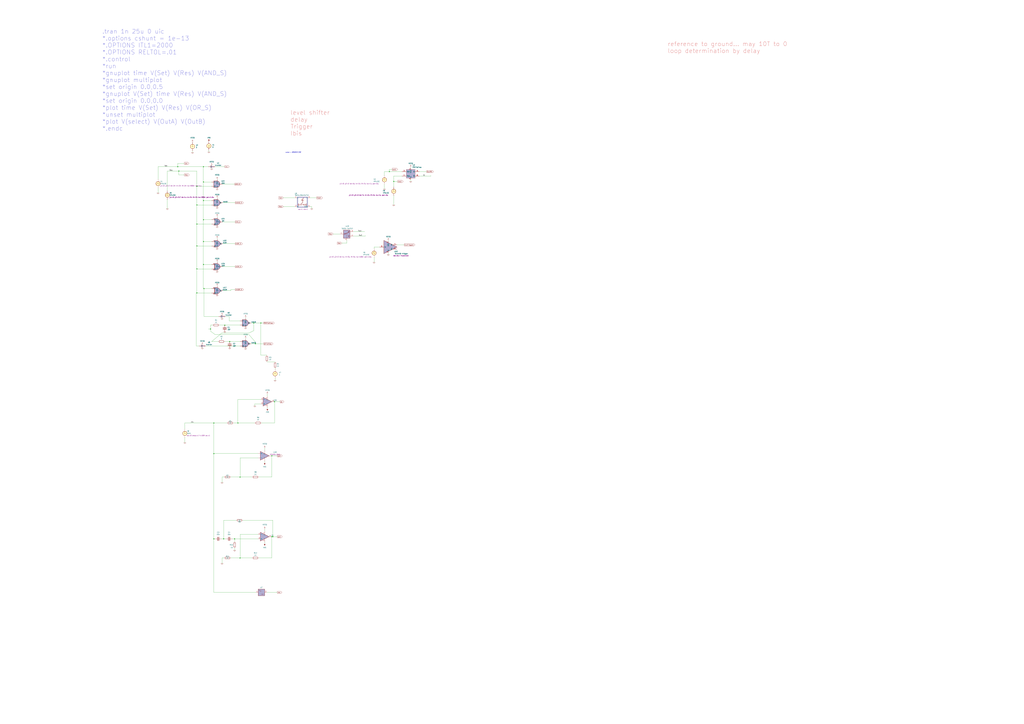
<source format=kicad_sch>
(kicad_sch (version 20230121) (generator eeschema)
  (paper "A0")
  (lib_symbols
    (symbol "0xActiveSpice:Behavioral_Fonction_alterable" (pin_names (offset 0.254))
      (property "Reference" "U9" (at -7.62 10.16 0))
      (property "Value" "Spice_BeaviorFct" (at -0.635 8.255 0))
      (property "Sim.Params" "Yr=0.5 Wr=0.2" (at -3.175 -13.335 0))
      (symbol "Behavioral_Fonction_alterable_1_1"
        (text "A.Ca+B.Cb" (at -0.0539 -2.9283 0) (effects (font (size 1.1 1.1))))
        (pin passive line (at -8.89 5.08 0) (length 2.54) (name "A") (number "1"))
        (pin input line (at -8.89 -5.08 0) (length 2.54) (name "B") (number "2"))
        (pin passive line (at 8.89 5.08 180) (length 2.54) (name "X") (number "3"))
        (pin passive line (at 8.89 -5.08 180) (length 2.54) (name "GND") (number "4"))
      )
    )
    (symbol "0xActiveSpice:Fct_Rectifier_Full" (pin_names (offset 1.2) hide)
      (property "Reference" "U" (at 5.715 3.81 0))
      (symbol "Fct_Rectifier_Full_1_1"
        (pin input line (at -6.35 0 0) (length 2.54) (name "I") (number "1"))
        (pin output line (at 6.35 0 180) (length 2.54) (name "S") (number "2"))
      )
    )
    (symbol "0xActiveSpice:FlipFlop_RS"
      (property "Reference" "U2" (at 2.1941 10.16 0))
      (property "Value" "RSFlipFlop" (at 2.1941 7.62 0))
      (symbol "FlipFlop_RS_1_1"
        (pin power_in line (at 0 6.35 270) (length 1.27) (name "VCC") (number "1"))
        (pin power_in line (at 0 -6.35 90) (length 1.27) (name "G") (number "2"))
        (pin input line (at -10.16 2.54 0) (length 5.08) (name "Set") (number "3"))
        (pin input line (at -10.16 -2.54 0) (length 5.08) (name "Res") (number "4"))
        (pin output line (at 10.16 2.54 180) (length 5.08) (name "Q") (number "5"))
        (pin output line (at 10.16 -2.54 180) (length 5.08) (name "~{Q}") (number "6"))
      )
    )
    (symbol "0xActiveSpice:LogicGate_AND" (pin_numbers hide) (pin_names (offset 0.4))
      (property "Reference" "U" (at 4.445 6.985 0))
      (property "Value" "AND" (at 5.08 5.08 0))
      (symbol "LogicGate_AND_1_1"
        (pin input line (at 0 5.08 270) (length 1.27) (name "VCC") (number "1"))
        (pin input line (at 0 -5.08 90) (length 1.27) (name "G") (number "2"))
        (pin input line (at -6.35 2.54 0) (length 2.54) (name "A") (number "3"))
        (pin input line (at -6.35 -2.54 0) (length 2.54) (name "B") (number "4"))
        (pin output line (at 6.35 0 180) (length 2.9) (name "S") (number "5"))
      )
    )
    (symbol "0xActiveSpice:LogicGate_NAND" (pin_numbers hide) (pin_names (offset 0.4))
      (property "Value" "NAND" (at 5.08 5.08 0))
      (symbol "LogicGate_NAND_1_1"
        (pin input line (at 0 5.08 270) (length 1.27) (name "VCC") (number "1"))
        (pin input line (at 0 -5.08 90) (length 1.27) (name "G") (number "2"))
        (pin input line (at -6.35 2.54 0) (length 2.54) (name "A") (number "3"))
        (pin input line (at -6.35 -2.54 0) (length 2.54) (name "B") (number "4"))
        (pin output line (at 6.35 0 180) (length 1.35) (name "S") (number "5"))
      )
    )
    (symbol "0xActiveSpice:LogicGate_NOR" (pin_numbers hide) (pin_names (offset 0.85))
      (property "Reference" "U" (at 3.175 5.08 0))
      (property "Value" "NOR" (at 3.81 3.175 0))
      (symbol "LogicGate_NOR_1_0"
        (pin input line (at 0 5.08 270) (length 1.27) (name "VCC") (number "1"))
        (pin input line (at 0 -5.08 90) (length 1.27) (name "G") (number "2"))
        (pin input line (at -6.35 2.54 0) (length 2.54) (name "A") (number "3"))
        (pin input line (at -6.35 -2.54 0) (length 2.54) (name "B") (number "4"))
        (pin output line (at 6.35 0 180) (length 0.8) (name "S") (number "5"))
      )
    )
    (symbol "0xActiveSpice:LogicGate_OR" (pin_numbers hide) (pin_names (offset 0.85))
      (property "Reference" "U" (at 3.175 5.08 0))
      (property "Value" "OR" (at 3.81 3.175 0))
      (symbol "LogicGate_OR_1_0"
        (pin input line (at 0 5.08 270) (length 1.27) (name "VCC") (number "1"))
        (pin input line (at 0 -5.08 90) (length 1.27) (name "G") (number "2"))
        (pin input line (at -6.35 2.54 0) (length 2.54) (name "A") (number "3"))
        (pin input line (at -6.35 -2.54 0) (length 2.54) (name "B") (number "4"))
        (pin output line (at 6.35 0 180) (length 2.54) (name "S") (number "5"))
      )
    )
    (symbol "0xActiveSpice:LogicGate_XNOR" (pin_numbers hide) (pin_names (offset 0.85))
      (property "Reference" "U" (at 3.81 6.35 0))
      (property "Value" "XNOR" (at 6.3091 4.3177 0))
      (symbol "LogicGate_XNOR_1_0"
        (pin input line (at 0 5.08 270) (length 1.27) (name "VCC") (number "1"))
        (pin input line (at 0 -5.08 90) (length 1.27) (name "G") (number "2"))
        (pin input line (at -6.35 2.54 0) (length 2.54) (name "A") (number "3"))
        (pin input line (at -6.35 -2.54 0) (length 2.54) (name "B") (number "4"))
      )
      (symbol "LogicGate_XNOR_1_1"
        (pin output line (at 6.35 0 180) (length 0.9) (name "S") (number "5"))
      )
    )
    (symbol "0xActiveSpice:LogicGate_XOR" (pin_numbers hide) (pin_names (offset 0.85))
      (property "Reference" "U" (at 3.81 6.35 0))
      (property "Value" "XOR" (at 6.3091 4.3177 0))
      (symbol "LogicGate_XOR_1_0"
        (pin input line (at 0 5.08 270) (length 1.27) (name "VCC") (number "1"))
        (pin input line (at 0 -5.08 90) (length 1.27) (name "G") (number "2"))
        (pin input line (at -6.35 2.54 0) (length 2.54) (name "A") (number "3"))
        (pin input line (at -6.35 -2.54 0) (length 2.54) (name "B") (number "4"))
        (pin output line (at 6.35 0 180) (length 2.54) (name "S") (number "5"))
      )
    )
    (symbol "0xActiveSpice:Spice-Switch-1x2-ideal_alterable" (pin_names (offset 0.254))
      (property "Reference" "U16" (at 0 11.43 0))
      (property "Value" "Spice-Switch" (at 0 8.89 0))
      (property "Datasheet" "${FULL_BASE_LIB}\\Full-Spice\\0x190FULL_SpiceOnly\\Spice-Switch-1x2-ideal_alterable\\Switch_Behavior_004_TFN.kicad_sch" (at 0 6.35 0))
      (property "Sim.Library" "${ACTIVESPICE}\\ActiveSpiceModel\\ActiveSpice_Switch_SPDT.MOD" (at 0 3.81 0))
      (symbol "Spice-Switch-1x2-ideal_alterable_1_1"
        (pin passive line (at -7.62 -2.54 0) (length 2.54) (name "~") (number "1"))
        (pin input line (at 0 -10.16 90) (length 2.54) (name "~") (number "2"))
        (pin passive line (at 7.62 0 180) (length 2.54) (name "~") (number "3"))
        (pin passive line (at 7.62 -5.08 180) (length 2.54) (name "~") (number "4"))
      )
    )
    (symbol "74LVC1GU04DRL_2"
      (property "Reference" "U10" (at 8.89 -5.08 0))
      (property "Value" "Schmitt-trigger" (at 15.24 -7.62 0))
      (property "Sim.Params" "Wd=0.1 Trsld=0.5" (at 14.605 -10.16 0))
      (symbol "74LVC1GU04DRL_2_1_1"
        (pin power_in line (at 0 6.35 270) (length 1.27) (name "VCC") (number "1"))
        (pin power_in line (at 0 -6.35 90) (length 1.27) (name "G") (number "2"))
        (pin input line (at -10.16 0 0) (length 5.08) (name "In") (number "3"))
        (pin output line (at 10.16 2.54 180) (length 5.08) (name "Q") (number "4"))
        (pin output line (at 10.16 -2.54 180) (length 5.08) (name "~{Q}") (number "5"))
      )
    )
    (symbol "Device:C" (pin_numbers hide) (pin_names (offset 0.254))
      (property "Reference" "C" (at 0.635 2.54 0))
      (property "Value" "C" (at 0.635 -2.54 0))
      (symbol "C_1_1"
        (pin passive line (at 0 3.81 270) (length 2.794) (name "~") (number "1"))
        (pin passive line (at 0 -3.81 90) (length 2.794) (name "~") (number "2"))
      )
    )
    (symbol "Device:R" (pin_numbers hide) (pin_names (offset 0))
      (property "Reference" "R" (at 2.032 0 90))
      (property "Value" "R" (at 0 0 90))
      (symbol "R_1_1"
        (pin passive line (at 0 3.81 270) (length 1.27) (name "~") (number "1"))
        (pin passive line (at 0 -3.81 90) (length 1.27) (name "~") (number "2"))
      )
    )
    (symbol "INVERTER_1" (pin_numbers hide) (pin_names (offset 0.4) hide)
      (property "Reference" "U1" (at 3.81 5.08 0))
      (property "Value" "Inverter" (at 6.35 2.54 0))
      (symbol "INVERTER_1_1_0"
        (pin input line (at 0 1.27 270) (length 0.4) (name "VCC") (number "1"))
        (pin input line (at 0 -1.27 90) (length 0.4) (name "G") (number "2"))
        (pin input line (at -3.81 0 0) (length 2.54) (name "A") (number "3"))
      )
      (symbol "INVERTER_1_1_1"
        (pin output line (at 3.81 0 180) (length 0.635) (name "S") (number "4"))
      )
    )
    (symbol "OPAMP_ideal_V+top_1" (pin_numbers hide) (pin_names (offset 1.2) hide)
      (property "Reference" "U" (at 5.715 3.81 0))
      (property "Sim.Name" "AmpOp_Ideal" (at 7.62 6.985 0))
      (symbol "OPAMP_ideal_V+top_1_1_1"
        (pin power_in line (at 0 6.35 270) (length 3.81) (name "VCC") (number "1"))
        (pin power_in line (at 0 -6.35 90) (length 3.81) (name "G") (number "2"))
        (pin input line (at -7.62 2.54 0) (length 2.54) (name "P") (number "3"))
        (pin input line (at -7.62 -2.54 0) (length 2.54) (name "M") (number "4"))
        (pin output line (at 7.62 0 180) (length 2.54) (name "S") (number "5"))
      )
    )
    (symbol "OPAMP_ideal_V-top_1" (pin_names (offset 1.2) hide)
      (property "Reference" "U" (at 5.715 3.81 0))
      (symbol "OPAMP_ideal_V-top_1_1_1"
        (pin power_in line (at 0 6.35 270) (length 3.81) (name "VCC") (number "1"))
        (pin power_in line (at 0 -6.35 90) (length 3.81) (name "G") (number "2"))
        (pin input line (at -7.62 -2.54 0) (length 2.54) (name "P") (number "3"))
        (pin input line (at -7.62 2.54 0) (length 2.54) (name "M") (number "4"))
        (pin output line (at 7.62 0 180) (length 2.54) (name "S") (number "5"))
      )
    )
    (symbol "Simulation_SPICE:VDC" (pin_numbers hide) (pin_names (offset 0.0254))
      (property "Reference" "V" (at 2.54 2.54 0))
      (property "Value" "1" (at 2.54 0 0))
      (symbol "VDC_0_0"
        (text "+" (at 0 1.905 0) (effects (font (size 1.27 1.27))))
      )
      (symbol "VDC_1_1"
        (pin passive line (at 0 5.08 270) (length 2.54) (name "~") (number "1"))
        (pin passive line (at 0 -5.08 90) (length 2.54) (name "~") (number "2"))
      )
    )
    (symbol "Simulation_SPICE:VPULSE" (pin_numbers hide) (pin_names (offset 0.0254))
      (property "Reference" "V" (at 2.54 2.54 0))
      (property "Value" "VPULSE" (at 2.54 0 0))
      (property "Sim.Params" "y1=0 y2=1 td=2n tr=2n tf=2n tw=50n per=100n" (at 2.54 -2.54 0))
      (symbol "VPULSE_0_0"
        (text "+" (at 0 1.905 0) (effects (font (size 1.27 1.27))))
      )
      (symbol "VPULSE_1_1"
        (pin passive line (at 0 5.08 270) (length 2.54) (name "~") (number "1"))
        (pin passive line (at 0 -5.08 90) (length 2.54) (name "~") (number "2"))
      )
    )
    (symbol "Simulation_SPICE:VSIN" (pin_numbers hide) (pin_names (offset 0.0254))
      (property "Reference" "V" (at 2.54 2.54 0))
      (property "Value" "VSIN" (at 2.54 0 0))
      (property "Sim.Params" "dc=0 ampl=1 f=1k ac=1" (at 2.54 -2.54 0))
      (symbol "VSIN_0_0"
        (text "+" (at 0 1.905 0) (effects (font (size 1.27 1.27))))
      )
      (symbol "VSIN_1_1"
        (pin passive line (at 0 5.08 270) (length 2.54) (name "~") (number "1"))
        (pin passive line (at 0 -5.08 90) (length 2.54) (name "~") (number "2"))
      )
    )
    (symbol "Switch_Behavior_003_TFN-rescue:0-pspice" (power) (pin_names (offset 0))
      (property "Value" "0-pspice" (at 0 -1.778 0))
      (symbol "0-pspice_1_1"
        (pin power_in line (at 0 0 0) (length 0) hide (name "0") (number "1"))
      )
    )
    (symbol "power:VCCQ" (power) (pin_names (offset 0))
      (property "Value" "VCCQ" (at 0 3.81 0))
      (symbol "VCCQ_1_1"
        (pin power_in line (at 0 0 90) (length 0) hide (name "VCCQ") (number "1"))
      )
    )
    (symbol "power:VSS" (power) (pin_names (offset 0))
      (property "Value" "VSS" (at 0 3.81 0))
      (symbol "VSS_1_1"
        (pin power_in line (at 0 0 90) (length 0) hide (name "VSS") (number "1"))
      )
    )
  )
  (junction (at 228.6 216.535))
  (junction (at 236.22 211.455))
  (junction (at 228.6 238.125))
  (junction (at 266.7 396.875))
  (junction (at 248.285 491.49))
  (junction (at 316.865 623.57))
  (junction (at 452.12 199.39))
  (junction (at 244.475 382.27))
  (junction (at 236.22 280.67))
  (junction (at 296.545 399.415))
  (junction (at 228.6 285.75))
  (junction (at 236.22 233.045))
  (junction (at 318.77 466.725))
  (junction (at 206.375 193.675))
  (junction (at 315.595 529.59))
  (junction (at 457.2 210.82))
  (junction (at 278.765 648.335))
  (junction (at 248.285 527.05))
  (junction (at 207.645 198.755))
  (junction (at 236.22 193.675))
  (junction (at 276.225 491.49))
  (junction (at 315.595 623.57))
  (junction (at 272.415 626.11))
  (junction (at 302.895 375.285))
  (junction (at 278.765 554.355))
  (junction (at 228.6 312.42))
  (junction (at 228.6 340.36))
  (junction (at 260.985 377.825))
  (junction (at 236.855 335.28))
  (junction (at 294.64 375.285))
  (junction (at 236.22 307.34))
  (junction (at 259.715 626.11))
  (junction (at 248.285 626.11))
  (junction (at 228.6 260.35))
  (junction (at 236.22 255.27))
  (wire (pts (xy 249.555 388.62) (xy 288.925 388.62)))
  (wire (pts (xy 236.22 193.675) (xy 241.935 193.675)))
  (wire (pts (xy 307.34 614.68) (xy 307.34 617.22)))
  (wire (pts (xy 194.31 198.755) (xy 194.31 221.615)))
  (wire (pts (xy 278.765 621.03) (xy 278.765 648.335)))
  (wire (pts (xy 302.895 375.285) (xy 306.07 375.285)))
  (wire (pts (xy 278.765 621.03) (xy 299.72 621.03)))
  (wire (pts (xy 245.745 233.045) (xy 236.22 233.045)))
  (wire (pts (xy 245.745 194.945) (xy 245.745 196.215)))
  (wire (pts (xy 252.095 240.665) (xy 252.095 241.3)))
  (wire (pts (xy 262.255 626.11) (xy 259.715 626.11)))
  (wire (pts (xy 457.2 227.33) (xy 457.2 238.125)))
  (wire (pts (xy 252.095 288.29) (xy 252.095 288.925)))
  (wire (pts (xy 234.95 403.225) (xy 234.95 404.495)))
  (wire (pts (xy 214.63 491.49) (xy 214.63 498.475)))
  (wire (pts (xy 410.21 269.24) (xy 423.545 269.24)))
  (wire (pts (xy 300.355 648.335) (xy 315.595 648.335)))
  (wire (pts (xy 410.21 274.32) (xy 424.18 274.32)))
  (wire (pts (xy 214.63 508.635) (xy 214.63 514.35)))
  (wire (pts (xy 236.22 280.67) (xy 236.22 307.34)))
  (wire (pts (xy 272.415 636.905) (xy 272.415 639.445)))
  (wire (pts (xy 314.96 623.57) (xy 315.595 623.57)))
  (wire (pts (xy 457.2 204.47) (xy 466.725 204.47)))
  (wire (pts (xy 272.415 626.11) (xy 269.875 626.11)))
  (wire (pts (xy 266.065 372.745) (xy 278.765 372.745)))
  (wire (pts (xy 244.475 377.825) (xy 244.475 382.27)))
  (wire (pts (xy 252.095 262.89) (xy 252.095 263.525)))
  (wire (pts (xy 258.445 257.81) (xy 273.05 257.81)))
  (wire (pts (xy 319.405 439.42) (xy 319.405 441.96)))
  (wire (pts (xy 244.475 382.27) (xy 244.475 384.81)))
  (wire (pts (xy 296.545 399.415) (xy 306.07 399.415)))
  (wire (pts (xy 274.32 604.52) (xy 259.715 604.52)))
  (wire (pts (xy 206.375 193.675) (xy 236.22 193.675)))
  (wire (pts (xy 302.895 469.265) (xy 295.91 469.265)))
  (wire (pts (xy 257.81 648.335) (xy 257.81 654.685)))
  (wire (pts (xy 315.595 623.57) (xy 316.865 623.57)))
  (wire (pts (xy 291.465 375.285) (xy 294.64 375.285)))
  (wire (pts (xy 278.765 554.355) (xy 292.735 554.355)))
  (wire (pts (xy 291.465 399.415) (xy 296.545 399.415)))
  (wire (pts (xy 276.225 464.185) (xy 276.225 491.49)))
  (wire (pts (xy 245.745 307.34) (xy 236.22 307.34)))
  (wire (pts (xy 258.445 213.995) (xy 272.415 213.995)))
  (wire (pts (xy 278.765 532.13) (xy 278.765 554.355)))
  (wire (pts (xy 457.2 204.47) (xy 457.2 210.82)))
  (wire (pts (xy 316.865 604.52) (xy 316.865 623.57)))
  (wire (pts (xy 252.095 304.165) (xy 252.095 304.8)))
  (wire (pts (xy 236.22 255.27) (xy 236.22 233.045)))
  (wire (pts (xy 245.745 312.42) (xy 228.6 312.42)))
  (wire (pts (xy 249.555 193.675) (xy 260.985 193.675)))
  (wire (pts (xy 457.2 210.82) (xy 457.2 217.17)))
  (wire (pts (xy 461.01 284.48) (xy 469.265 284.48)))
  (wire (pts (xy 228.6 216.535) (xy 228.6 198.755)))
  (wire (pts (xy 361.95 240.03) (xy 361.95 242.57)))
  (wire (pts (xy 252.095 229.87) (xy 252.095 230.505)))
  (wire (pts (xy 310.515 457.835) (xy 310.515 460.375)))
  (wire (pts (xy 244.475 377.825) (xy 247.015 377.825)))
  (wire (pts (xy 228.6 285.75) (xy 245.745 285.75)))
  (wire (pts (xy 309.88 420.37) (xy 319.405 420.37)))
  (wire (pts (xy 254.635 377.825) (xy 260.985 377.825)))
  (wire (pts (xy 194.31 198.755) (xy 207.645 198.755)))
  (wire (pts (xy 276.225 491.49) (xy 295.91 491.49)))
  (wire (pts (xy 258.445 309.88) (xy 273.05 309.88)))
  (wire (pts (xy 318.77 466.725) (xy 325.12 466.725)))
  (wire (pts (xy 295.91 469.265) (xy 295.91 471.805)))
  (wire (pts (xy 252.095 219.075) (xy 252.095 219.71)))
  (wire (pts (xy 402.59 282.575) (xy 402.59 279.4)))
  (wire (pts (xy 289.56 386.715) (xy 294.64 384.175)))
  (wire (pts (xy 238.76 401.955) (xy 278.765 401.955)))
  (wire (pts (xy 245.745 340.36) (xy 228.6 340.36)))
  (wire (pts (xy 267.97 336.55) (xy 273.05 336.55)))
  (wire (pts (xy 452.12 199.39) (xy 466.725 199.39)))
  (wire (pts (xy 457.2 210.82) (xy 461.645 210.82)))
  (wire (pts (xy 500.38 203.835) (xy 500.38 204.47)))
  (wire (pts (xy 310.515 473.075) (xy 310.515 474.345)))
  (wire (pts (xy 228.6 238.125) (xy 228.6 260.35)))
  (wire (pts (xy 299.72 532.13) (xy 278.765 532.13)))
  (wire (pts (xy 360.045 229.87) (xy 367.665 229.87)))
  (wire (pts (xy 318.77 466.725) (xy 318.77 491.49)))
  (wire (pts (xy 328.93 240.03) (xy 342.265 240.03)))
  (wire (pts (xy 206.375 189.865) (xy 213.995 189.865)))
  (wire (pts (xy 227.965 401.955) (xy 231.14 401.955)))
  (wire (pts (xy 252.095 208.28) (xy 252.095 208.915)))
  (wire (pts (xy 252.095 314.96) (xy 252.095 315.595)))
  (wire (pts (xy 252.095 276.86) (xy 252.095 278.13)))
  (wire (pts (xy 315.595 529.59) (xy 321.945 529.59)))
  (wire (pts (xy 309.88 688.34) (xy 321.945 688.34)))
  (wire (pts (xy 259.715 626.11) (xy 257.175 626.11)))
  (wire (pts (xy 446.405 213.995) (xy 446.405 219.71)))
  (wire (pts (xy 245.745 396.875) (xy 253.365 396.875)))
  (wire (pts (xy 450.85 295.91) (xy 450.85 293.37)))
  (wire (pts (xy 206.375 189.865) (xy 206.375 193.675)))
  (wire (pts (xy 271.145 491.49) (xy 276.225 491.49)))
  (wire (pts (xy 266.7 396.875) (xy 278.765 396.875)))
  (wire (pts (xy 285.115 393.065) (xy 285.115 394.335)))
  (wire (pts (xy 236.22 280.67) (xy 245.745 280.67)))
  (wire (pts (xy 249.555 626.11) (xy 248.285 626.11)))
  (wire (pts (xy 267.97 648.335) (xy 278.765 648.335)))
  (wire (pts (xy 259.715 604.52) (xy 259.715 626.11)))
  (wire (pts (xy 260.985 377.825) (xy 278.765 377.825)))
  (wire (pts (xy 236.22 211.455) (xy 245.745 211.455)))
  (wire (pts (xy 252.095 332.105) (xy 252.095 332.74)))
  (wire (pts (xy 434.34 299.085) (xy 434.34 304.8)))
  (wire (pts (xy 318.135 466.725) (xy 318.77 466.725)))
  (wire (pts (xy 236.22 255.27) (xy 236.22 280.67)))
  (wire (pts (xy 257.81 554.355) (xy 257.81 560.705)))
  (wire (pts (xy 257.81 368.935) (xy 257.81 370.205)))
  (wire (pts (xy 307.34 535.94) (xy 307.34 537.21)))
  (wire (pts (xy 236.22 193.675) (xy 236.22 211.455)))
  (wire (pts (xy 227.965 340.36) (xy 228.6 340.36)))
  (wire (pts (xy 236.855 335.28) (xy 236.22 335.28)))
  (wire (pts (xy 314.96 529.59) (xy 315.595 529.59)))
  (wire (pts (xy 183.515 193.675) (xy 206.375 193.675)))
  (wire (pts (xy 316.865 623.57) (xy 321.945 623.57)))
  (wire (pts (xy 248.285 688.34) (xy 248.285 626.11)))
  (wire (pts (xy 183.515 193.675) (xy 183.515 208.28)))
  (wire (pts (xy 285.115 368.935) (xy 285.115 370.205)))
  (wire (pts (xy 424.18 273.685) (xy 424.18 274.32)))
  (wire (pts (xy 281.94 604.52) (xy 316.865 604.52)))
  (wire (pts (xy 294.64 384.175) (xy 294.64 375.285)))
  (wire (pts (xy 396.875 282.575) (xy 402.59 282.575)))
  (wire (pts (xy 257.81 386.715) (xy 289.56 386.715)))
  (wire (pts (xy 360.045 240.03) (xy 361.95 240.03)))
  (wire (pts (xy 261.62 367.665) (xy 266.065 367.665)))
  (wire (pts (xy 227.965 340.36) (xy 227.965 401.955)))
  (wire (pts (xy 245.745 255.27) (xy 236.22 255.27)))
  (wire (pts (xy 446.405 199.39) (xy 452.12 199.39)))
  (wire (pts (xy 297.18 688.34) (xy 248.285 688.34)))
  (wire (pts (xy 260.35 554.355) (xy 257.81 554.355)))
  (wire (pts (xy 248.285 491.49) (xy 248.285 527.05)))
  (wire (pts (xy 294.64 375.285) (xy 302.895 375.285)))
  (wire (pts (xy 309.88 412.75) (xy 302.895 412.75)))
  (wire (pts (xy 296.545 397.51) (xy 288.925 388.62)))
  (wire (pts (xy 267.97 337.82) (xy 267.97 336.55)))
  (wire (pts (xy 258.445 337.82) (xy 267.97 337.82)))
  (wire (pts (xy 476.885 194.31) (xy 476.885 195.58)))
  (wire (pts (xy 476.885 210.82) (xy 476.885 208.28)))
  (wire (pts (xy 302.895 412.75) (xy 302.895 375.285)))
  (wire (pts (xy 450.85 279.4) (xy 450.85 280.67)))
  (wire (pts (xy 236.855 367.665) (xy 254 367.665)))
  (wire (pts (xy 276.225 464.185) (xy 302.895 464.185)))
  (wire (pts (xy 228.6 260.35) (xy 228.6 285.75)))
  (wire (pts (xy 315.595 623.57) (xy 315.595 648.335)))
  (wire (pts (xy 328.93 229.87) (xy 342.265 229.87)))
  (wire (pts (xy 315.595 529.59) (xy 315.595 554.355)))
  (wire (pts (xy 299.72 626.11) (xy 272.415 626.11)))
  (wire (pts (xy 303.53 491.49) (xy 318.77 491.49)))
  (wire (pts (xy 319.405 427.99) (xy 319.405 429.26)))
  (wire (pts (xy 194.31 231.775) (xy 194.31 242.57)))
  (wire (pts (xy 272.415 626.11) (xy 272.415 629.285)))
  (wire (pts (xy 386.715 271.78) (xy 394.97 271.78)))
  (wire (pts (xy 228.6 216.535) (xy 245.745 216.535)))
  (wire (pts (xy 245.745 238.125) (xy 228.6 238.125)))
  (wire (pts (xy 248.285 527.05) (xy 299.72 527.05)))
  (wire (pts (xy 248.285 527.05) (xy 248.285 626.11)))
  (wire (pts (xy 249.555 388.62) (xy 244.475 384.81)))
  (wire (pts (xy 307.34 520.7) (xy 307.34 523.24)))
  (wire (pts (xy 207.645 198.755) (xy 228.6 198.755)))
  (wire (pts (xy 452.12 196.85) (xy 452.12 199.39)))
  (wire (pts (xy 236.22 307.34) (xy 236.22 335.28)))
  (wire (pts (xy 228.6 285.75) (xy 228.6 312.42)))
  (wire (pts (xy 228.6 238.125) (xy 228.6 216.535)))
  (wire (pts (xy 248.285 491.49) (xy 263.525 491.49)))
  (wire (pts (xy 487.045 204.47) (xy 500.38 204.47)))
  (wire (pts (xy 245.745 335.28) (xy 236.855 335.28)))
  (wire (pts (xy 236.855 335.28) (xy 236.855 367.665)))
  (wire (pts (xy 241.935 382.27) (xy 244.475 382.27)))
  (wire (pts (xy 434.34 287.02) (xy 440.69 287.02)))
  (wire (pts (xy 267.97 554.355) (xy 278.765 554.355)))
  (wire (pts (xy 278.765 648.335) (xy 292.735 648.335)))
  (wire (pts (xy 213.995 203.2) (xy 207.645 203.2)))
  (wire (pts (xy 285.115 404.495) (xy 285.115 405.13)))
  (wire (pts (xy 252.095 251.46) (xy 252.095 252.73)))
  (wire (pts (xy 446.405 199.39) (xy 446.405 203.835)))
  (wire (pts (xy 245.745 260.35) (xy 228.6 260.35)))
  (wire (pts (xy 434.34 287.02) (xy 434.34 288.925)))
  (wire (pts (xy 266.065 367.665) (xy 266.065 372.745)))
  (wire (pts (xy 307.34 629.92) (xy 307.34 631.19)))
  (wire (pts (xy 242.57 176.53) (xy 242.57 174.625)))
  (wire (pts (xy 296.545 397.51) (xy 296.545 399.415)))
  (wire (pts (xy 207.645 203.2) (xy 207.645 198.755)))
  (wire (pts (xy 258.445 283.21) (xy 273.05 283.21)))
  (wire (pts (xy 487.045 199.39) (xy 495.3 199.39)))
  (wire (pts (xy 214.63 491.49) (xy 248.285 491.49)))
  (wire (pts (xy 300.355 554.355) (xy 315.595 554.355)))
  (wire (pts (xy 260.35 648.335) (xy 257.81 648.335)))
  (wire (pts (xy 223.52 177.165) (xy 223.52 175.26)))
  (wire (pts (xy 285.115 380.365) (xy 285.115 381)))
  (wire (pts (xy 228.6 312.42) (xy 228.6 340.36)))
  (wire (pts (xy 236.22 233.045) (xy 236.22 211.455)))
  (wire (pts (xy 258.445 235.585) (xy 273.05 235.585)))
  (wire (pts (xy 260.985 396.875) (xy 266.7 396.875)))
  (wire (pts (xy 245.745 396.875) (xy 257.81 386.715)))
  (wire (pts (xy 455.295 196.85) (xy 452.12 196.85)))
  (wire (pts (xy 183.515 218.44) (xy 183.515 224.155)))
  (text "reference to ground... may 10T to 0\nloop determination by delay\n" (at 775.335 62.23 0) (effects (font (size 5 5)) (justify left bottom)))
  (text ".tran 1n 25u 0 uic\n*.options cshunt = 1e-13\n*.OPTIONS ITL1=2000\n*.OPTIONS RELTOL=.01\n*.control\n*run\n*gnuplot time V(Set) V(Res) V(AND_S)\n*gnuplot multiplot\n*set origin 0.0,0.5\n*gnuplot V(Set) time V(Res) V(AND_S)\n*set origin 0.0,0.0\n*plot time V(Set) V(Res) V(OR_S)\n*unset multiplot\n*plot V(select) V(OutA) V(OutB)\n*.endc" (at 118.745 152.4 0) (effects (font (size 5.0038 5.0038)) (justify left bottom)))
  (text "level shifter\ndelay\nTrigger\nIbis" (at 337.185 158.115 0) (effects (font (size 5 5)) (justify left bottom)))
  (text "color : #9592C2BF" (at 331.47 177.8 0) (effects (font (size 1.27 1.27)) (justify left bottom)))
  (label "Set" (at 191.135 193.675 0))
  (label "Sw1" (at 415.925 269.24 0))
  (label "Vin" (at 221.615 491.49 0))
  (label "Sw2" (at 416.56 274.32 0))
  (label "Res" (at 196.85 198.755 0))
  (label "Q" (at 491.49 204.47 0))
  (global_label "XNOR_S" (shape output) (at 273.05 336.55 0) (property "Intersheetrefs" "${INTERSHEET_REFS}" (effects hide)))
  (global_label "gs" (shape output) (at 325.12 466.725 0) (property "Intersheetrefs" "${INTERSHEET_REFS}" (effects hide)))
  (global_label "set2" (shape output) (at 455.295 196.85 0) (property "Intersheetrefs" "${INTERSHEET_REFS}" (effects hide)))
  (global_label "XOR_S" (shape output) (at 273.05 309.88 0) (property "Intersheetrefs" "${INTERSHEET_REFS}" (effects hide)))
  (global_label "gs2" (shape output) (at 321.945 529.59 0) (property "Intersheetrefs" "${INTERSHEET_REFS}" (effects hide)))
  (global_label "OutTrigged" (shape output) (at 469.265 284.48 0) (property "Intersheetrefs" "${INTERSHEET_REFS}" (effects hide)))
  (global_label "res2" (shape output) (at 461.645 210.82 0) (property "Intersheetrefs" "${INTERSHEET_REFS}" (effects hide)))
  (global_label "gs3" (shape output) (at 321.945 623.57 0) (property "Intersheetrefs" "${INTERSHEET_REFS}" (effects hide)))
  (global_label "QFlipflop" (shape output) (at 306.07 399.415 0) (property "Intersheetrefs" "${INTERSHEET_REFS}" (effects hide)))
  (global_label "Res" (shape input) (at 328.93 240.03 180) (property "Intersheetrefs" "${INTERSHEET_REFS}" (effects hide)))
  (global_label "Set" (shape input) (at 396.875 282.575 180) (property "Intersheetrefs" "${INTERSHEET_REFS}" (effects hide)))
  (global_label "Res" (shape output) (at 213.995 203.2 0) (property "Intersheetrefs" "${INTERSHEET_REFS}" (effects hide)))
  (global_label "Set" (shape input) (at 328.93 229.87 180) (property "Intersheetrefs" "${INTERSHEET_REFS}" (effects hide)))
  (global_label "AND_S" (shape output) (at 272.415 213.995 0) (property "Intersheetrefs" "${INTERSHEET_REFS}" (effects hide)))
  (global_label "NOR_S" (shape output) (at 273.05 283.21 0) (property "Intersheetrefs" "${INTERSHEET_REFS}" (effects hide)))
  (global_label "Res" (shape input) (at 386.715 271.78 180) (property "Intersheetrefs" "${INTERSHEET_REFS}" (effects hide)))
  (global_label "Set" (shape output) (at 213.995 189.865 0) (property "Intersheetrefs" "${INTERSHEET_REFS}" (effects hide)))
  (global_label "OR_S" (shape output) (at 273.05 257.81 0) (property "Intersheetrefs" "${INTERSHEET_REFS}" (effects hide)))
  (global_label "RSFlipFlop" (shape output) (at 306.07 375.285 0) (property "Intersheetrefs" "${INTERSHEET_REFS}" (effects hide)))
  (global_label "Math" (shape output) (at 367.665 229.87 0) (property "Intersheetrefs" "${INTERSHEET_REFS}" (effects hide)))
  (global_label "rec" (shape output) (at 321.945 688.34 0) (property "Intersheetrefs" "${INTERSHEET_REFS}" (effects hide)))
  (global_label "Inv" (shape output) (at 260.985 193.675 0) (property "Intersheetrefs" "${INTERSHEET_REFS}" (effects hide)))
  (global_label "NAND_S" (shape output) (at 273.05 235.585 0) (property "Intersheetrefs" "${INTERSHEET_REFS}" (effects hide)))
  (global_label "OutRS" (shape output) (at 495.3 199.39 0) (property "Intersheetrefs" "${INTERSHEET_REFS}" (effects hide)))
  (symbol (lib_id "Switch_Behavior_003_TFN-rescue:0-pspice") (at 252.095 241.3 0) (unit 1)
    (property "Reference" "#GND09" (effects hide))
    (property "Value" "0" (effects hide))
  )
  (symbol (lib_id "Switch_Behavior_003_TFN-rescue:0-pspice") (at 260.985 385.445 0) (unit 1)
    (property "Reference" "#GND018" (effects hide))
    (property "Value" "0" (effects hide))
  )
  (symbol (lib_id "Simulation_SPICE:VDC") (at 223.52 170.18 0) (unit 1)
    (property "Reference" "V2" (at 227.33 168.7802 0) (effects (justify left)))
    (property "Value" "3" (at 227.33 171.3202 0) (effects (justify left)))
    (property "Sim.Pins" "1=+ 2=-" (effects hide))
    (property "Sim.Type" "DC" (effects hide))
    (property "Sim.Device" "V" (effects hide))
  )
  (symbol (lib_id "Device:R") (at 264.16 554.355 90) (unit 1)
    (property "Reference" "R7" (at 264.16 552.323 90))
    (property "Value" "1K" (at 264.16 554.355 90))
  )
  (symbol (lib_name "74LVC1GU04DRL_2") (lib_id "74xGxx:74LVC1GU04DRL") (at 450.85 287.02 0) (unit 1)
    (property "Reference" "U10" (at 459.74 292.1 0))
    (property "Value" "Schmitt-trigger" (at 466.09 294.64 0))
    (property "Sim.Library" "D:\\0100-Kicad-ActiveSpice\\ActiveSpice\\ActiveSpiceModel\\ActiveSpice_Level_Trigger_Schmitt.MOD" (effects hide))
    (property "Sim.Name" "SchmittTrig" (effects hide))
    (property "Sim.Device" "SUBCKT" (effects hide))
    (property "Sim.Pins" "1=VCC 2=G 3=In 4=Out 5=QOut" (effects hide))
    (property "Sim.Params" "Wd=0.1 Trsld=0.5" (at 465.455 297.18 0))
  )
  (symbol (lib_id "Device:R") (at 296.545 648.335 90) (unit 1)
    (property "Reference" "R12" (at 296.545 642.62 90))
    (property "Value" "1K" (at 296.545 645.16 90))
  )
  (symbol (lib_id "Device:R") (at 296.545 554.355 90) (unit 1)
    (property "Reference" "R8" (at 296.545 548.64 90))
    (property "Value" "1K" (at 296.545 551.18 90))
  )
  (symbol (lib_id "Simulation_SPICE:VDC") (at 242.57 169.545 180) (unit 1)
    (property "Reference" "V1" (at 246.38 168.4048 0) (effects (justify right)))
    (property "Value" "3" (at 246.38 170.9448 0) (effects (justify right)))
    (property "Sim.Pins" "1=+ 2=-" (effects hide))
    (property "Sim.Type" "DC" (effects hide))
    (property "Sim.Device" "V" (effects hide))
  )
  (symbol (lib_id "Device:R") (at 299.72 491.49 90) (unit 1)
    (property "Reference" "R6" (at 299.72 485.14 90))
    (property "Value" "1K" (at 299.72 487.68 90))
  )
  (symbol (lib_id "power:VCCQ") (at 252.095 276.86 0) (unit 1)
    (property "Reference" "#PWR08" (effects hide))
    (property "Value" "VCCQ" (at 252.095 273.05 0))
  )
  (symbol (lib_id "Device:R") (at 319.405 424.18 0) (unit 1)
    (property "Reference" "R4" (at 321.31 422.91 0) (effects (justify left)))
    (property "Value" "1K" (at 321.31 425.45 0) (effects (justify left)))
  )
  (symbol (lib_id "Switch_Behavior_003_TFN-rescue:0-pspice") (at 446.405 219.71 0) (unit 1)
    (property "Reference" "#GND06" (effects hide))
    (property "Value" "0" (effects hide))
  )
  (symbol (lib_id "Simulation_SPICE:VPULSE") (at 194.31 226.695 0) (unit 1)
    (property "Reference" "V6" (at 196.85 224.155 0) (effects (justify left)))
    (property "Value" "VPULSE" (at 196.85 226.695 0) (effects (justify left)))
    (property "Sim.Pins" "1=+ 2=-" (effects hide))
    (property "Sim.Type" "PULSE" (effects hide))
    (property "Sim.Device" "V" (effects hide))
    (property "Sim.Params" "y1=0 y2=2.2 td=1u tr=2n tf=2n tw=300n per=1.5u" (at 196.85 229.235 0) (effects (justify left)))
  )
  (symbol (lib_id "0xActiveSpice:LogicGate_NAND") (at 252.095 235.585 0) (unit 1)
    (property "Reference" "U23" (effects hide))
    (property "Value" "NAND" (at 261.62 234.4771 0))
    (property "Sim.Library" "${ACTIVESPICE}\\ActiveSpiceModel\\ActiveSpice_LogicGate_NAND.MOD" (effects hide))
    (property "Sim.Name" "NAND" (effects hide))
    (property "Sim.Device" "SUBCKT" (effects hide))
    (property "Sim.Pins" "1=VCC 2=G 3=A 4=B 5=S" (effects hide))
  )
  (symbol (lib_id "Simulation_SPICE:VPULSE") (at 457.2 222.25 0) (unit 1)
    (property "Reference" "V5" (at 444.5 221.615 0) (effects (justify left)))
    (property "Value" "VPULSE" (at 444.5 224.155 0) (effects (justify left)))
    (property "Sim.Pins" "1=+ 2=-" (effects hide))
    (property "Sim.Type" "PULSE" (effects hide))
    (property "Sim.Device" "V" (effects hide))
    (property "Sim.Params" "y1=0 y2=3 td=7u tr=2u tf=2u tw=1u per=3u" (at 405.13 226.695 0) (effects (justify left)))
  )
  (symbol (lib_id "Device:C") (at 266.065 626.11 90) (unit 1)
    (property "Reference" "C4" (at 266.065 618.49 90))
    (property "Value" "10n" (at 266.065 621.03 90))
  )
  (symbol (lib_id "power:VCCQ") (at 245.745 192.405 0) (unit 1)
    (property "Reference" "#PWR03" (effects hide))
    (property "Value" "VCCQ" (at 245.745 187.96 0))
  )
  (symbol (lib_id "Switch_Behavior_003_TFN-rescue:0-pspice") (at 450.85 295.91 0) (unit 1)
    (property "Reference" "#GND028" (effects hide))
    (property "Value" "0" (effects hide))
  )
  (symbol (lib_id "power:VCCQ") (at 310.515 457.835 0) (unit 1)
    (property "Reference" "#PWR015" (effects hide))
    (property "Value" "VCCQ" (at 310.515 453.39 0))
  )
  (symbol (lib_id "Switch_Behavior_003_TFN-rescue:0-pspice") (at 457.2 238.125 0) (unit 1)
    (property "Reference" "#GND08" (effects hide))
    (property "Value" "0" (effects hide))
  )
  (symbol (lib_id "0xActiveSpice:LogicGate_NAND") (at 285.115 399.415 0) (unit 1)
    (property "Reference" "U5" (effects hide))
    (property "Value" "NAND" (at 294.64 398.3071 0))
    (property "Sim.Library" "${ACTIVESPICE}\\ActiveSpiceModel\\ActiveSpice_LogicGate_NAND.MOD" (effects hide))
    (property "Sim.Name" "NAND" (effects hide))
    (property "Sim.Device" "SUBCKT" (effects hide))
    (property "Sim.Pins" "1=VCC 2=G 3=A 4=B 5=S" (effects hide))
  )
  (symbol (lib_id "power:VSS") (at 242.57 164.465 0) (unit 1)
    (property "Reference" "#PWR01" (effects hide))
    (property "Value" "VSS" (at 242.57 160.02 0))
  )
  (symbol (lib_name "INVERTER_1") (lib_id "0xActiveSpice:INVERTER") (at 245.745 193.675 0) (unit 1)
    (property "Reference" "U1" (at 253.365 189.4841 0))
    (property "Value" "Inverter" (at 253.365 192.0241 0))
    (property "Sim.Library" "${ACTIVESPICE}\\ActiveSpiceModel\\ActiveSpice_Logic_INV.MOD" (effects hide))
    (property "Sim.Name" "INV_GATE" (effects hide))
    (property "Sim.Device" "SUBCKT" (effects hide))
    (property "Sim.Pins" "1=VCC 2=G 3=A 4=S" (effects hide))
  )
  (symbol (lib_id "power:VCCQ") (at 252.095 304.165 0) (unit 1)
    (property "Reference" "#PWR09" (effects hide))
    (property "Value" "VCCQ" (at 252.095 300.355 0))
  )
  (symbol (lib_id "Device:R") (at 264.16 648.335 90) (unit 1)
    (property "Reference" "R11" (at 264.16 646.303 90))
    (property "Value" "1K" (at 264.16 648.335 90))
  )
  (symbol (lib_id "power:VCCQ") (at 252.095 251.46 0) (unit 1)
    (property "Reference" "#PWR07" (effects hide))
    (property "Value" "VCCQ" (at 252.095 247.65 0))
  )
  (symbol (lib_id "Device:R") (at 250.825 377.825 90) (unit 1)
    (property "Reference" "R1" (at 250.825 372.11 90))
    (property "Value" "0" (at 250.825 374.65 90))
  )
  (symbol (lib_id "0xActiveSpice:LogicGate_XOR") (at 252.095 309.88 0) (unit 1)
    (property "Reference" "U15" (at 259.08 306.2321 0))
    (property "Value" "XOR" (at 259.08 308.7721 0))
    (property "Sim.Library" "${ACTIVESPICE}\\ActiveSpiceModel\\ActiveSpice_LogicGate_XOR.MOD" (effects hide))
    (property "Sim.Name" "XOR" (effects hide))
    (property "Sim.Device" "SUBCKT" (effects hide))
    (property "Sim.Pins" "1=VCC 2=G 3=A 4=B 5=S" (effects hide))
  )
  (symbol (lib_id "power:VSS") (at 307.34 537.21 180) (unit 1)
    (property "Reference" "#PWR018" (effects hide))
    (property "Value" "VSS" (at 307.34 542.29 0))
  )
  (symbol (lib_id "Device:R") (at 267.335 491.49 90) (unit 1)
    (property "Reference" "R5" (at 267.335 489.458 90))
    (property "Value" "1K" (at 267.335 491.49 90))
  )
  (symbol (lib_id "Switch_Behavior_003_TFN-rescue:0-pspice") (at 434.34 304.8 0) (unit 1)
    (property "Reference" "#GND029" (effects hide))
    (property "Value" "0" (effects hide))
  )
  (symbol (lib_id "Switch_Behavior_003_TFN-rescue:0-pspice") (at 252.095 342.9 0) (unit 1)
    (property "Reference" "#GND015" (effects hide))
    (property "Value" "0" (effects hide))
  )
  (symbol (lib_id "Simulation_SPICE:VPULSE") (at 183.515 213.36 0) (unit 1)
    (property "Reference" "V4" (at 186.055 210.82 0) (effects (justify left)))
    (property "Value" "VPULSE" (at 186.055 213.36 0) (effects (justify left)))
    (property "Sim.Pins" "1=+ 2=-" (effects hide))
    (property "Sim.Type" "PULSE" (effects hide))
    (property "Sim.Device" "V" (effects hide))
    (property "Sim.Params" "y1=0 y2=2 td=2n tr=2n tf=2n tw=500n per=1u" (at 186.055 215.9 0) (effects (justify left)))
  )
  (symbol (lib_id "Switch_Behavior_003_TFN-rescue:0-pspice") (at 476.885 210.82 0) (unit 1)
    (property "Reference" "#GND04" (effects hide))
    (property "Value" "0" (effects hide))
  )
  (symbol (lib_id "Switch_Behavior_003_TFN-rescue:0-pspice") (at 214.63 514.35 0) (unit 1)
    (property "Reference" "#GND024" (effects hide))
    (property "Value" "0" (effects hide))
  )
  (symbol (lib_id "Switch_Behavior_003_TFN-rescue:0-pspice") (at 295.91 471.805 0) (unit 1)
    (property "Reference" "#GND023" (effects hide))
    (property "Value" "0" (effects hide))
  )
  (symbol (lib_id "Switch_Behavior_003_TFN-rescue:0-pspice") (at 272.415 639.445 0) (unit 1)
    (property "Reference" "#GND026" (effects hide))
    (property "Value" "0" (effects hide))
  )
  (symbol (lib_id "Device:R") (at 257.175 396.875 90) (unit 1)
    (property "Reference" "R2" (at 257.175 391.16 90))
    (property "Value" "0" (at 257.175 393.7 90))
  )
  (symbol (lib_id "0xActiveSpice:FlipFlop_RS") (at 476.885 201.93 0) (unit 1)
    (property "Reference" "U2" (at 479.0791 191.77 0) (effects (justify left)))
    (property "Value" "RSFlipFlop" (at 479.0791 194.31 0) (effects (justify left)))
    (property "Sim.Library" "${ACTIVESPICE}\\ActiveSpiceModel\\ActiveSpice_FlipFlop_RS.MOD" (effects hide))
    (property "Sim.Name" "RSFlipFlop" (effects hide))
    (property "Sim.Device" "SUBCKT" (effects hide))
    (property "Sim.Pins" "1=VCC 2=G 3=Set 4=Res 5=Out 6=Q" (effects hide))
  )
  (symbol (lib_id "Device:R") (at 278.13 604.52 270) (unit 1)
    (property "Reference" "R9" (at 278.13 606.552 90))
    (property "Value" "1K" (at 278.13 604.52 90))
  )
  (symbol (lib_id "Device:C") (at 253.365 626.11 90) (unit 1)
    (property "Reference" "C3" (at 253.365 618.49 90))
    (property "Value" "10n" (at 253.365 621.03 90))
  )
  (symbol (lib_name "OPAMP_ideal_V-top_1") (lib_id "0xActiveSpice:OPAMP_ideal_V-top") (at 310.515 466.725 0) (unit 1)
    (property "Reference" "U20" (at 319.405 465.0741 0))
    (property "Value" "${SIM.PARAMS}" (effects hide))
    (property "Sim.Library" "${ACTIVESPICE}\\ActiveSpiceModel\\ActiveSpice_AmpOp_Ideal.MOD" (effects hide))
    (property "Sim.Name" "AmpOp_Ideal" (effects hide))
    (property "Sim.Device" "SUBCKT" (effects hide))
    (property "Sim.Pins" "1=VCC 2=G 3=P 4=M 5=S" (effects hide))
  )
  (symbol (lib_id "Switch_Behavior_003_TFN-rescue:0-pspice") (at 257.81 654.685 0) (unit 1)
    (property "Reference" "#GND027" (effects hide))
    (property "Value" "0" (effects hide))
  )
  (symbol (lib_id "0xActiveSpice:LogicGate_NOR") (at 252.095 283.21 0) (unit 1)
    (property "Reference" "U22" (at 260.985 279.5621 0))
    (property "Value" "NOR" (at 260.985 282.1021 0))
    (property "Sim.Library" "${ACTIVESPICE}\\ActiveSpiceModel\\ActiveSpice_LogicGate_NOR.MOD" (effects hide))
    (property "Sim.Name" "NOR" (effects hide))
    (property "Sim.Device" "SUBCKT" (effects hide))
    (property "Sim.Pins" "1=VCC 2=G 3=A 4=B 5=S" (effects hide))
  )
  (symbol (lib_id "0xActiveSpice:LogicGate_XNOR") (at 252.095 337.82 0) (unit 1)
    (property "Reference" "U17" (at 260.985 334.1721 0))
    (property "Value" "XNOR" (at 260.985 336.7121 0))
    (property "Sim.Library" "${ACTIVESPICE}\\ActiveSpiceModel\\ActiveSpice_LogicGate_NXOR.MOD" (effects hide))
    (property "Sim.Name" "XNOR" (effects hide))
    (property "Sim.Device" "SUBCKT" (effects hide))
    (property "Sim.Pins" "1=VCC 2=G 3=A 4=B 5=S" (effects hide))
  )
  (symbol (lib_id "power:VCCQ") (at 285.115 393.065 0) (unit 1)
    (property "Reference" "#PWR013" (effects hide))
    (property "Value" "VCCQ" (at 285.115 388.62 0))
  )
  (symbol (lib_id "power:VCCQ") (at 285.115 368.935 0) (unit 1)
    (property "Reference" "#PWR012" (effects hide))
    (property "Value" "VCCQ" (at 285.115 364.49 0))
  )
  (symbol (lib_id "Switch_Behavior_003_TFN-rescue:0-pspice") (at 257.81 370.205 0) (unit 1)
    (property "Reference" "#GND016" (effects hide))
    (property "Value" "0" (effects hide))
  )
  (symbol (lib_id "Switch_Behavior_003_TFN-rescue:0-pspice") (at 252.095 288.925 0) (unit 1)
    (property "Reference" "#GND013" (effects hide))
    (property "Value" "0" (effects hide))
  )
  (symbol (lib_id "power:VCCQ") (at 307.34 614.68 0) (unit 1)
    (property "Reference" "#PWR019" (effects hide))
    (property "Value" "VCCQ" (at 307.34 609.6 0))
  )
  (symbol (lib_id "power:VCCQ") (at 476.885 194.31 0) (unit 1)
    (property "Reference" "#PWR04" (effects hide))
    (property "Value" "VCCQ" (at 476.885 189.865 0))
  )
  (symbol (lib_id "0xActiveSpice:LogicGate_OR") (at 252.095 257.81 0) (unit 1)
    (property "Reference" "U21" (at 259.08 254.1621 0))
    (property "Value" "OR" (at 259.08 256.7021 0))
    (property "Sim.Library" "${ACTIVESPICE}\\ActiveSpiceModel\\ActiveSpice_LogicGate_OR.MOD" (effects hide))
    (property "Sim.Name" "OR" (effects hide))
    (property "Sim.Device" "SUBCKT" (effects hide))
    (property "Sim.Pins" "1=VCC 2=G 3=A 4=B 5=S" (effects hide))
  )
  (symbol (lib_id "power:VCCQ") (at 257.81 366.395 0) (unit 1)
    (property "Reference" "#PWR011" (effects hide))
    (property "Value" "VCCQ" (at 257.81 361.95 0))
  )
  (symbol (lib_id "power:VCCQ") (at 252.095 332.105 0) (unit 1)
    (property "Reference" "#PWR010" (effects hide))
    (property "Value" "VCCQ" (at 252.095 328.295 0))
  )
  (symbol (lib_id "Switch_Behavior_003_TFN-rescue:0-pspice") (at 266.7 404.495 0) (unit 1)
    (property "Reference" "#GND020" (effects hide))
    (property "Value" "0" (effects hide))
  )
  (symbol (lib_id "Simulation_SPICE:VPULSE") (at 434.34 294.005 0) (unit 1)
    (property "Reference" "V9" (at 421.64 293.37 0) (effects (justify left)))
    (property "Value" "VPULSE" (at 421.64 295.91 0) (effects (justify left)))
    (property "Sim.Pins" "1=+ 2=-" (effects hide))
    (property "Sim.Type" "PULSE" (effects hide))
    (property "Sim.Device" "V" (effects hide))
    (property "Sim.Params" "y1=0 y2=3 td=1u tr=5u tf=5u tw=100n per=10u" (at 382.27 298.45 0) (effects (justify left)))
  )
  (symbol (lib_id "Switch_Behavior_003_TFN-rescue:0-pspice") (at 285.115 405.13 0) (unit 1)
    (property "Reference" "#GND021" (effects hide))
    (property "Value" "0" (effects hide))
  )
  (symbol (lib_name "INVERTER_1") (lib_id "0xActiveSpice:INVERTER") (at 234.95 401.955 0) (unit 1)
    (property "Reference" "U8" (at 242.57 397.7641 0))
    (property "Value" "Inverter" (at 242.57 400.3041 0))
    (property "Sim.Library" "${ACTIVESPICE}\\ActiveSpiceModel\\ActiveSpice_Logic_INV.MOD" (effects hide))
    (property "Sim.Name" "INV_GATE" (effects hide))
    (property "Sim.Device" "SUBCKT" (effects hide))
    (property "Sim.Pins" "1=VCC 2=G 3=A 4=S" (effects hide))
  )
  (symbol (lib_id "Switch_Behavior_003_TFN-rescue:0-pspice") (at 252.095 263.525 0) (unit 1)
    (property "Reference" "#GND012" (effects hide))
    (property "Value" "0" (effects hide))
  )
  (symbol (lib_id "Simulation_SPICE:VDC") (at 319.405 434.34 0) (unit 1)
    (property "Reference" "V7" (at 323.85 432.9402 0) (effects (justify left)))
    (property "Value" "1" (at 323.85 435.4802 0) (effects (justify left)))
    (property "Sim.Pins" "1=+ 2=-" (effects hide))
    (property "Sim.Type" "DC" (effects hide))
    (property "Sim.Device" "V" (effects hide))
  )
  (symbol (lib_id "Simulation_SPICE:VSIN") (at 214.63 503.555 0) (unit 1)
    (property "Reference" "V8" (at 217.17 501.015 0) (effects (justify left)))
    (property "Value" "VSIN" (at 217.17 503.555 0) (effects (justify left)))
    (property "Sim.Pins" "1=+ 2=-" (effects hide))
    (property "Sim.Params" "dc=0 ampl=1 f=10M ac=1" (at 217.17 506.095 0) (effects (justify left)))
    (property "Sim.Type" "SIN" (effects hide))
    (property "Sim.Device" "V" (effects hide))
  )
  (symbol (lib_id "Switch_Behavior_003_TFN-rescue:0-pspice") (at 252.095 219.71 0) (unit 1)
    (property "Reference" "#GND05" (effects hide))
    (property "Value" "0" (effects hide))
  )
  (symbol (lib_id "power:VCCQ") (at 252.095 229.87 0) (unit 1)
    (property "Reference" "#PWR06" (effects hide))
    (property "Value" "VCCQ" (at 252.095 226.06 0))
  )
  (symbol (lib_id "0xActiveSpice:Spice-Switch-1x2-ideal_alterable") (at 402.59 269.24 0) (unit 1)
    (property "Reference" "U19" (at 403.225 262.89 0))
    (property "Value" "Spice-Switch" (at 403.225 265.43 0))
    (property "Datasheet" "${FULL_BASE_LIB}\\Full-Spice\\0x190FULL_SpiceOnly\\Spice-Switch-1x2-ideal_alterable\\Switch_Behavior_004_TFN.kicad_sch" (effects hide))
    (property "Sim.Library" "${ACTIVESPICE}\\ActiveSpiceModel\\ActiveSpice_Switch_SPDT.MOD" (effects hide))
    (property "Sim.Name" "Switch_SPDT" (effects hide))
    (property "Sim.Device" "SUBCKT" (effects hide))
    (property "Sim.Pins" "1=1 2=2 3=3 4=4" (effects hide))
  )
  (symbol (lib_id "power:VSS") (at 307.34 631.19 180) (unit 1)
    (property "Reference" "#PWR020" (effects hide))
    (property "Value" "VSS" (at 307.34 636.27 0))
  )
  (symbol (lib_id "power:VCCQ") (at 307.34 520.7 0) (unit 1)
    (property "Reference" "#PWR017" (effects hide))
    (property "Value" "VCCQ" (at 307.34 515.62 0))
  )
  (symbol (lib_id "power:VCCQ") (at 223.52 165.1 0) (unit 1)
    (property "Reference" "#PWR02" (effects hide))
    (property "Value" "VCCQ" (at 223.52 160.02 0))
  )
  (symbol (lib_id "0xActiveSpice:Fct_Rectifier_Full") (at 303.53 688.34 0) (unit 1)
    (property "Reference" "U7" (at 303.53 682.625 0))
    (property "Value" "${SIM.PARAMS}" (effects hide))
    (property "Sim.Library" "${ACTIVESPICE}\\ActiveSpiceModel\\ActiveSpice_fct_Rectifier_Full_Ideal.MOD" (effects hide))
    (property "Sim.Name" "Rectifier" (effects hide))
    (property "Sim.Device" "SUBCKT" (effects hide))
    (property "Sim.Pins" "1=I 2=S" (effects hide))
  )
  (symbol (lib_name "OPAMP_ideal_V+top_1") (lib_id "0xActiveSpice:OPAMP_ideal_V+top") (at 307.34 529.59 0) (unit 1)
    (property "Reference" "U16" (at 319.405 525.3991 0))
    (property "Value" "${SIM.PARAMS}" (effects hide))
    (property "Sim.Pins" "1=VCC 2=G 3=P 4=M 5=S" (effects hide))
    (property "Sim.Device" "SUBCKT" (effects hide))
    (property "Sim.Library" "${ACTIVESPICE}\\ActiveSpiceModel\\ActiveSpice_AmpOp_Ideal.MOD" (effects hide))
    (property "Sim.Name" "AmpOp_Ideal" (at 319.405 527.9391 0))
  )
  (symbol (lib_id "Switch_Behavior_003_TFN-rescue:0-pspice") (at 183.515 224.155 0) (unit 1)
    (property "Reference" "#GND07" (effects hide))
    (property "Value" "0" (effects hide))
  )
  (symbol (lib_id "Switch_Behavior_003_TFN-rescue:0-pspice") (at 361.95 242.57 0) (unit 1)
    (property "Reference" "#GND011" (effects hide))
    (property "Value" "0" (effects hide))
  )
  (symbol (lib_id "Switch_Behavior_003_TFN-rescue:0-pspice") (at 242.57 176.53 0) (unit 1)
    (property "Reference" "#GND01" (effects hide))
    (property "Value" "0" (effects hide))
  )
  (symbol (lib_id "power:VCCQ") (at 450.85 279.4 0) (unit 1)
    (property "Reference" "#PWR021" (effects hide))
    (property "Value" "VCCQ" (at 450.85 274.955 0))
  )
  (symbol (lib_id "Device:C") (at 266.7 400.685 0) (unit 1)
    (property "Reference" "C2" (at 270.51 399.415 0) (effects (justify left)))
    (property "Value" "30f" (at 270.51 401.955 0) (effects (justify left)))
  )
  (symbol (lib_id "power:VSS") (at 310.515 474.345 180) (unit 1)
    (property "Reference" "#PWR016" (effects hide))
    (property "Value" "VSS" (at 310.515 478.79 0))
  )
  (symbol (lib_id "power:VCCQ") (at 252.095 208.28 0) (unit 1)
    (property "Reference" "#PWR05" (effects hide))
    (property "Value" "VCCQ" (at 252.095 203.2 0))
  )
  (symbol (lib_name "INVERTER_1") (lib_id "0xActiveSpice:INVERTER") (at 257.81 367.665 0) (unit 1)
    (property "Reference" "U6" (at 265.43 363.4741 0))
    (property "Value" "Inverter" (at 265.43 366.0141 0))
    (property "Sim.Library" "${ACTIVESPICE}\\ActiveSpiceModel\\ActiveSpice_Logic_INV.MOD" (effects hide))
    (property "Sim.Name" "INV_GATE" (effects hide))
    (property "Sim.Device" "SUBCKT" (effects hide))
    (property "Sim.Pins" "1=VCC 2=G 3=A 4=S" (effects hide))
  )
  (symbol (lib_id "Switch_Behavior_003_TFN-rescue:0-pspice") (at 319.405 441.96 0) (unit 1)
    (property "Reference" "#GND022" (effects hide))
    (property "Value" "0" (effects hide))
  )
  (symbol (lib_id "Device:C") (at 260.985 381.635 0) (unit 1)
    (property "Reference" "C1" (at 264.16 380.365 0) (effects (justify left)))
    (property "Value" "10f" (at 264.16 382.905 0) (effects (justify left)))
  )
  (symbol (lib_id "Switch_Behavior_003_TFN-rescue:0-pspice") (at 234.95 404.495 0) (unit 1)
    (property "Reference" "#GND019" (effects hide))
    (property "Value" "0" (effects hide))
  )
  (symbol (lib_id "0xActiveSpice:Behavioral_Fonction_alterable") (at 351.155 234.95 0) (unit 1)
    (property "Reference" "U9" (at 343.535 224.79 0))
    (property "Value" "Spice_BeaviorFct" (at 350.52 226.695 0))
    (property "Datasheet" "${FULL_BASE_LIB}\\Full-Spice\\0x190FULL_SpiceOnly\\Spice-BehaviorMath\\Spice-BehaviorMath_T000_TFN.kicad_sch" (effects hide))
    (property "Sim.Library" "D:\\0100-Kicad-ActiveSpice\\ActiveSpice\\ActiveSpiceModel\\ActiveSpice_Math_AxCa+BxCb.MOD" (effects hide))
    (property "Sim.Name" "Math_SUM_Aca_Bcb" (effects hide))
    (property "Sim.Device" "SUBCKT" (effects hide))
    (property "Sim.Pins" "1=A 2=B 3=X 4=G" (effects hide))
    (property "Sim.Params" "ca=1 cb=1" (at 351.79 243.205 0))
  )
  (symbol (lib_id "Switch_Behavior_003_TFN-rescue:0-pspice") (at 245.745 196.215 0) (unit 1)
    (property "Reference" "#GND03" (effects hide))
    (property "Value" "0" (effects hide))
  )
  (symbol (lib_id "Device:R") (at 272.415 633.095 180) (unit 1)
    (property "Reference" "R10" (at 268.605 633.095 0))
    (property "Value" "1K" (at 269.24 636.27 0))
  )
  (symbol (lib_id "Simulation_SPICE:VPULSE") (at 446.405 208.915 0) (unit 1)
    (property "Reference" "V3" (at 433.705 208.28 0) (effects (justify left)))
    (property "Value" "VPULSE" (at 433.705 210.82 0) (effects (justify left)))
    (property "Sim.Pins" "1=+ 2=-" (effects hide))
    (property "Sim.Type" "PULSE" (effects hide))
    (property "Sim.Device" "V" (effects hide))
    (property "Sim.Params" "y1=0 y2=3 td=5u tr=2u tf=2u tw=1u per=5u" (at 394.335 213.36 0) (effects (justify left)))
  )
  (symbol (lib_id "Switch_Behavior_003_TFN-rescue:0-pspice") (at 285.115 381 0) (unit 1)
    (property "Reference" "#GND017" (effects hide))
    (property "Value" "0" (effects hide))
  )
  (symbol (lib_id "Switch_Behavior_003_TFN-rescue:0-pspice") (at 252.095 315.595 0) (unit 1)
    (property "Reference" "#GND014" (effects hide))
    (property "Value" "0" (effects hide))
  )
  (symbol (lib_id "Switch_Behavior_003_TFN-rescue:0-pspice") (at 223.52 177.165 0) (unit 1)
    (property "Reference" "#GND02" (effects hide))
    (property "Value" "0" (effects hide))
  )
  (symbol (lib_name "OPAMP_ideal_V-top_1") (lib_id "0xActiveSpice:OPAMP_ideal_V-top") (at 307.34 623.57 0) (unit 1)
    (property "Reference" "U4" (at 316.23 621.9191 0))
    (property "Value" "${SIM.PARAMS}" (effects hide))
    (property "Sim.Library" "${ACTIVESPICE}\\ActiveSpiceModel\\ActiveSpice_AmpOp_Ideal.MOD" (effects hide))
    (property "Sim.Name" "AmpOp_Ideal" (effects hide))
    (property "Sim.Device" "SUBCKT" (effects hide))
    (property "Sim.Pins" "1=VCC 2=G 3=P 4=M 5=S" (effects hide))
  )
  (symbol (lib_id "power:VCCQ") (at 234.95 400.685 0) (unit 1)
    (property "Reference" "#PWR014" (effects hide))
    (property "Value" "VCCQ" (at 234.95 396.24 0))
  )
  (symbol (lib_id "0xActiveSpice:LogicGate_NAND") (at 285.115 375.285 0) (unit 1)
    (property "Reference" "U3" (effects hide))
    (property "Value" "NAND" (at 294.64 374.1771 0))
    (property "Sim.Library" "${ACTIVESPICE}\\ActiveSpiceModel\\ActiveSpice_LogicGate_NAND.MOD" (effects hide))
    (property "Sim.Name" "NAND" (effects hide))
    (property "Sim.Device" "SUBCKT" (effects hide))
    (property "Sim.Pins" "1=VCC 2=G 3=A 4=B 5=S" (effects hide))
  )
  (symbol (lib_id "Switch_Behavior_003_TFN-rescue:0-pspice") (at 194.31 242.57 0) (unit 1)
    (property "Reference" "#GND010" (effects hide))
    (property "Value" "0" (effects hide))
  )
  (symbol (lib_id "Device:R") (at 309.88 416.56 0) (unit 1)
    (property "Reference" "R3" (at 312.42 415.29 0) (effects (justify left)))
    (property "Value" "1K" (at 312.42 417.83 0) (effects (justify left)))
  )
  (symbol (lib_id "Switch_Behavior_003_TFN-rescue:0-pspice") (at 257.81 560.705 0) (unit 1)
    (property "Reference" "#GND025" (effects hide))
    (property "Value" "0" (effects hide))
  )
  (symbol (lib_id "0xActiveSpice:LogicGate_AND") (at 252.095 213.995 0) (unit 1)
    (property "Reference" "U24" (at 259.08 210.3471 0))
    (property "Value" "AND" (at 259.08 212.8871 0))
    (property "Sim.Library" "${ACTIVESPICE}\\ActiveSpiceModel\\ActiveSpice_LogicGate_AND.MOD" (effects hide))
    (property "Sim.Name" "AND" (effects hide))
    (property "Sim.Device" "SUBCKT" (effects hide))
    (property "Sim.Pins" "1=VCC 2=G 3=A 4=B 5=S" (effects hide))
  )
)
</source>
